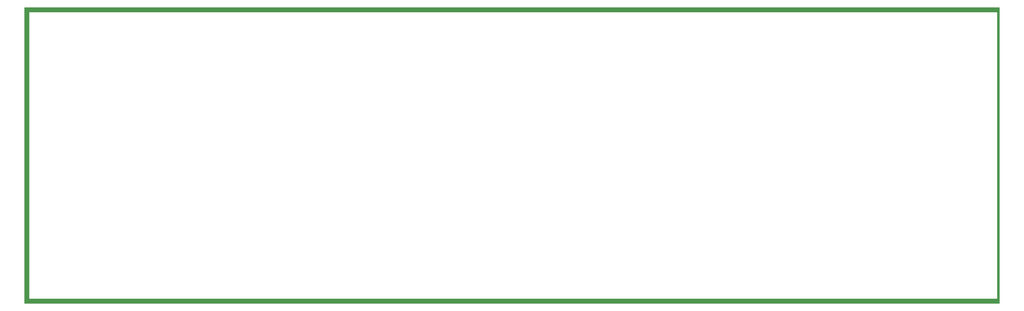
<source format=gbr>
%TF.GenerationSoftware,KiCad,Pcbnew,(6.0.5)*%
%TF.CreationDate,2022-12-19T16:28:52-07:00*%
%TF.ProjectId,Front_panel,46726f6e-745f-4706-916e-656c2e6b6963,rev?*%
%TF.SameCoordinates,Original*%
%TF.FileFunction,Soldermask,Bot*%
%TF.FilePolarity,Negative*%
%FSLAX46Y46*%
G04 Gerber Fmt 4.6, Leading zero omitted, Abs format (unit mm)*
G04 Created by KiCad (PCBNEW (6.0.5)) date 2022-12-19 16:28:52*
%MOMM*%
%LPD*%
G01*
G04 APERTURE LIST*
G04 APERTURE END LIST*
G36*
X2196121Y-20002D02*
G01*
X2242614Y-73658D01*
X2254000Y-126000D01*
X2254000Y-1874000D01*
X2233998Y-1942121D01*
X2180342Y-1988614D01*
X2128000Y-2000000D01*
X2018115Y-2000000D01*
X2002876Y-2004475D01*
X2001671Y-2005865D01*
X2000000Y-2013548D01*
X2000000Y-120481885D01*
X2004475Y-120497124D01*
X2005865Y-120498329D01*
X2013548Y-120500000D01*
X2128000Y-120500000D01*
X2196121Y-120520002D01*
X2242614Y-120573658D01*
X2254000Y-120626000D01*
X2254000Y-122374000D01*
X2233998Y-122442121D01*
X2180342Y-122488614D01*
X2128000Y-122500000D01*
X126000Y-122500000D01*
X57879Y-122479998D01*
X11386Y-122426342D01*
X0Y-122374000D01*
X0Y-126000D01*
X20002Y-57879D01*
X73658Y-11386D01*
X126000Y0D01*
X2128000Y0D01*
X2196121Y-20002D01*
G37*
G36*
X1942121Y-120266002D02*
G01*
X1988614Y-120319658D01*
X2000000Y-120372000D01*
X2000000Y-120481885D01*
X2004475Y-120497124D01*
X2005865Y-120498329D01*
X2013548Y-120500000D01*
X401981885Y-120500000D01*
X401997124Y-120495525D01*
X401998329Y-120494135D01*
X402000000Y-120486452D01*
X402000000Y-120372000D01*
X402020002Y-120303879D01*
X402073658Y-120257386D01*
X402126000Y-120246000D01*
X402874000Y-120246000D01*
X402942121Y-120266002D01*
X402988614Y-120319658D01*
X403000000Y-120372000D01*
X403000000Y-122374000D01*
X402979998Y-122442121D01*
X402926342Y-122488614D01*
X402874000Y-122500000D01*
X126000Y-122500000D01*
X57879Y-122479998D01*
X11386Y-122426342D01*
X0Y-122374000D01*
X0Y-120372000D01*
X20002Y-120303879D01*
X73658Y-120257386D01*
X126000Y-120246000D01*
X1874000Y-120246000D01*
X1942121Y-120266002D01*
G37*
G36*
X402942121Y-20002D02*
G01*
X402988614Y-73658D01*
X403000000Y-126000D01*
X403000000Y-2128000D01*
X402979998Y-2196121D01*
X402926342Y-2242614D01*
X402874000Y-2254000D01*
X402126000Y-2254000D01*
X402057879Y-2233998D01*
X402011386Y-2180342D01*
X402000000Y-2128000D01*
X402000000Y-2018115D01*
X401995525Y-2002876D01*
X401994135Y-2001671D01*
X401986452Y-2000000D01*
X2018115Y-2000000D01*
X2002876Y-2004475D01*
X2001671Y-2005865D01*
X2000000Y-2013548D01*
X2000000Y-2128000D01*
X1979998Y-2196121D01*
X1926342Y-2242614D01*
X1874000Y-2254000D01*
X126000Y-2254000D01*
X57879Y-2233998D01*
X11386Y-2180342D01*
X0Y-2128000D01*
X0Y-126000D01*
X20002Y-57879D01*
X73658Y-11386D01*
X126000Y0D01*
X402874000Y0D01*
X402942121Y-20002D01*
G37*
G36*
X402942121Y-20002D02*
G01*
X402988614Y-73658D01*
X403000000Y-126000D01*
X403000000Y-122374000D01*
X402979998Y-122442121D01*
X402926342Y-122488614D01*
X402874000Y-122500000D01*
X401872000Y-122500000D01*
X401803879Y-122479998D01*
X401757386Y-122426342D01*
X401746000Y-122374000D01*
X401746000Y-120626000D01*
X401766002Y-120557879D01*
X401819658Y-120511386D01*
X401872000Y-120500000D01*
X401981885Y-120500000D01*
X401997124Y-120495525D01*
X401998329Y-120494135D01*
X402000000Y-120486452D01*
X402000000Y-126000D01*
X402020002Y-57879D01*
X402073658Y-11386D01*
X402126000Y0D01*
X402874000Y0D01*
X402942121Y-20002D01*
G37*
M02*

</source>
